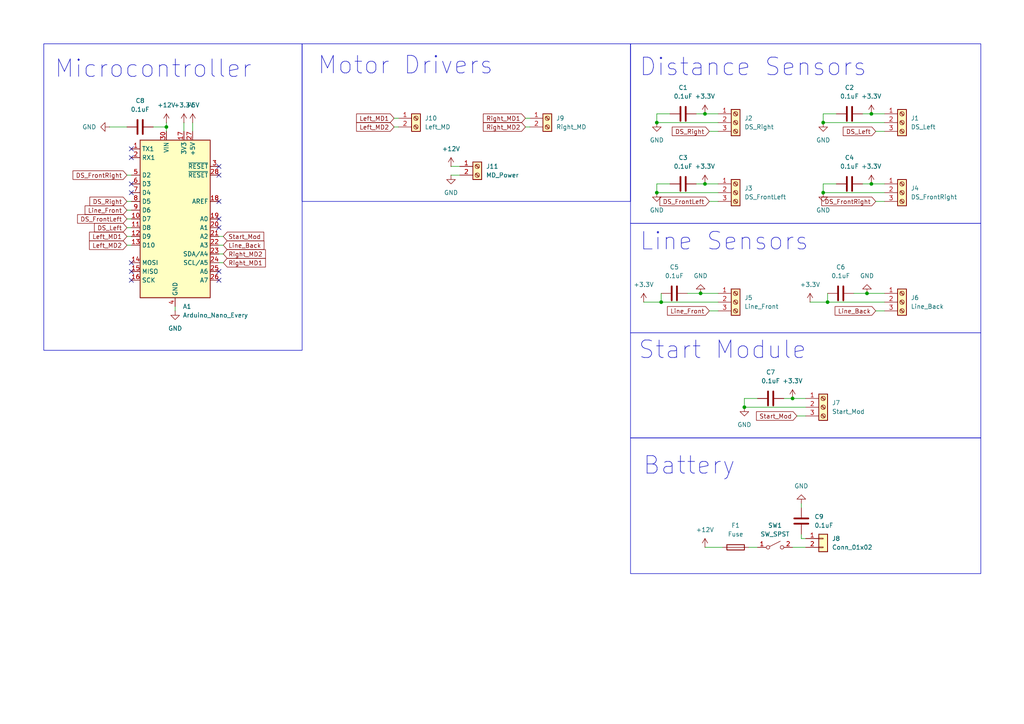
<source format=kicad_sch>
(kicad_sch (version 20231120) (generator "eeschema") (generator_version "8.0")
  (paper "A4")
  (title_block (title "Musubwi") (company "Jinhee Blackmail Distribution Co."))
  (lib_symbols
    (symbol "Connector:Screw_Terminal_01x02" (pin_names (offset 1.016) hide)
      (property "Reference" "J" (at 0 2.54 0))
      (property "Value" "Screw_Terminal_01x02" (at 0 -5.08 0))
      (symbol "Screw_Terminal_01x02_1_1"
        (rectangle (start -1.27 1.27) (end 1.27 -3.81) (stroke (width 0.254)) (fill (type background)))
        (circle (center 0 -2.54) (radius 0.635) (stroke (width 0.1524)))
        (polyline (pts (xy -0.5334 -2.2098) (xy 0.3302 -3.048)) (stroke (width 0.1524)))
        (polyline (pts (xy -0.5334 0.3302) (xy 0.3302 -0.508)) (stroke (width 0.1524)))
        (polyline (pts (xy -0.3556 -2.032) (xy 0.508 -2.8702)) (stroke (width 0.1524)))
        (polyline (pts (xy -0.3556 0.508) (xy 0.508 -0.3302)) (stroke (width 0.1524)))
        (circle (center 0 0) (radius 0.635) (stroke (width 0.1524)))
        (pin passive line (at -5.08 0 0) (length 3.81) (name "Pin_1") (number "1"))
        (pin passive line (at -5.08 -2.54 0) (length 3.81) (name "Pin_2") (number "2"))
      )
    )
    (symbol "Connector:Screw_Terminal_01x03" (pin_names (offset 1.016) hide)
      (property "Reference" "J" (at 0 5.08 0))
      (property "Value" "Screw_Terminal_01x03" (at 0 -5.08 0))
      (symbol "Screw_Terminal_01x03_1_1"
        (rectangle (start -1.27 3.81) (end 1.27 -3.81) (stroke (width 0.254)) (fill (type background)))
        (circle (center 0 -2.54) (radius 0.635) (stroke (width 0.1524)))
        (polyline (pts (xy -0.5334 -2.2098) (xy 0.3302 -3.048)) (stroke (width 0.1524)))
        (polyline (pts (xy -0.5334 0.3302) (xy 0.3302 -0.508)) (stroke (width 0.1524)))
        (polyline (pts (xy -0.5334 2.8702) (xy 0.3302 2.032)) (stroke (width 0.1524)))
        (polyline (pts (xy -0.3556 -2.032) (xy 0.508 -2.8702)) (stroke (width 0.1524)))
        (polyline (pts (xy -0.3556 0.508) (xy 0.508 -0.3302)) (stroke (width 0.1524)))
        (polyline (pts (xy -0.3556 3.048) (xy 0.508 2.2098)) (stroke (width 0.1524)))
        (circle (center 0 0) (radius 0.635) (stroke (width 0.1524)))
        (circle (center 0 2.54) (radius 0.635) (stroke (width 0.1524)))
        (pin passive line (at -5.08 2.54 0) (length 3.81) (name "Pin_1") (number "1"))
        (pin passive line (at -5.08 0 0) (length 3.81) (name "Pin_2") (number "2"))
        (pin passive line (at -5.08 -2.54 0) (length 3.81) (name "Pin_3") (number "3"))
      )
    )
    (symbol "Connector_Generic:Conn_01x02" (pin_names (offset 1.016) hide)
      (property "Reference" "J" (at 0 2.54 0))
      (property "Value" "Conn_01x02" (at 0 -5.08 0))
      (symbol "Conn_01x02_1_1"
        (rectangle (start -1.27 -2.413) (end 0 -2.667) (stroke (width 0.1524)))
        (rectangle (start -1.27 0.127) (end 0 -0.127) (stroke (width 0.1524)))
        (rectangle (start -1.27 1.27) (end 1.27 -3.81) (stroke (width 0.254)) (fill (type background)))
        (pin passive line (at -5.08 0 0) (length 3.81) (name "Pin_1") (number "1"))
        (pin passive line (at -5.08 -2.54 0) (length 3.81) (name "Pin_2") (number "2"))
      )
    )
    (symbol "Device:C" (pin_numbers hide) (pin_names (offset 0.254))
      (property "Reference" "C" (at 0.635 2.54 0))
      (property "Value" "C" (at 0.635 -2.54 0))
      (symbol "C_0_1"
        (polyline (pts (xy -2.032 -0.762) (xy 2.032 -0.762)) (stroke (width 0.508)))
        (polyline (pts (xy -2.032 0.762) (xy 2.032 0.762)) (stroke (width 0.508)))
      )
      (symbol "C_1_1"
        (pin passive line (at 0 3.81 270) (length 2.794) (name "~") (number "1"))
        (pin passive line (at 0 -3.81 90) (length 2.794) (name "~") (number "2"))
      )
    )
    (symbol "Device:Fuse" (pin_numbers hide) (pin_names (offset 0))
      (property "Reference" "F" (at 2.032 0 90))
      (property "Value" "Fuse" (at -1.905 0 90))
      (symbol "Fuse_0_1"
        (rectangle (start -0.762 -2.54) (end 0.762 2.54) (stroke (width 0.254)))
        (polyline (pts (xy 0 2.54) (xy 0 -2.54)))
      )
      (symbol "Fuse_1_1"
        (pin passive line (at 0 3.81 270) (length 1.27) (name "~") (number "1"))
        (pin passive line (at 0 -3.81 90) (length 1.27) (name "~") (number "2"))
      )
    )
    (symbol "MCU_Module:Arduino_Nano_Every"
      (property "Reference" "A" (at -10.16 23.495 0))
      (property "Value" "Arduino_Nano_Every" (at 5.08 -24.13 0))
      (symbol "Arduino_Nano_Every_0_1"
        (rectangle (start -10.16 22.86) (end 10.16 -22.86) (stroke (width 0.254)) (fill (type background)))
      )
      (symbol "Arduino_Nano_Every_1_1"
        (pin bidirectional line (at -12.7 20.32 0) (length 2.54) (name "TX1") (number "1"))
        (pin bidirectional line (at -12.7 0 0) (length 2.54) (name "D7") (number "10"))
        (pin bidirectional line (at -12.7 -2.54 0) (length 2.54) (name "D8") (number "11"))
        (pin bidirectional line (at -12.7 -5.08 0) (length 2.54) (name "D9") (number "12"))
        (pin bidirectional line (at -12.7 -7.62 0) (length 2.54) (name "D10") (number "13"))
        (pin bidirectional line (at -12.7 -12.7 0) (length 2.54) (name "MOSI") (number "14"))
        (pin bidirectional line (at -12.7 -15.24 0) (length 2.54) (name "MISO") (number "15"))
        (pin bidirectional line (at -12.7 -17.78 0) (length 2.54) (name "SCK") (number "16"))
        (pin power_out line (at 2.54 25.4 270) (length 2.54) (name "3V3") (number "17"))
        (pin input line (at 12.7 5.08 180) (length 2.54) (name "AREF") (number "18"))
        (pin bidirectional line (at 12.7 0 180) (length 2.54) (name "A0") (number "19"))
        (pin bidirectional line (at -12.7 17.78 0) (length 2.54) (name "RX1") (number "2"))
        (pin bidirectional line (at 12.7 -2.54 180) (length 2.54) (name "A1") (number "20"))
        (pin bidirectional line (at 12.7 -5.08 180) (length 2.54) (name "A2") (number "21"))
        (pin bidirectional line (at 12.7 -7.62 180) (length 2.54) (name "A3") (number "22"))
        (pin bidirectional line (at 12.7 -10.16 180) (length 2.54) (name "SDA/A4") (number "23"))
        (pin bidirectional line (at 12.7 -12.7 180) (length 2.54) (name "SCL/A5") (number "24"))
        (pin bidirectional line (at 12.7 -15.24 180) (length 2.54) (name "A6") (number "25"))
        (pin bidirectional line (at 12.7 -17.78 180) (length 2.54) (name "A7") (number "26"))
        (pin power_out line (at 5.08 25.4 270) (length 2.54) (name "+5V") (number "27"))
        (pin input line (at 12.7 12.7 180) (length 2.54) (name "~{RESET}") (number "28"))
        (pin passive line (at 0 -25.4 90) (length 2.54) hide (name "GND") (number "29"))
        (pin input line (at 12.7 15.24 180) (length 2.54) (name "~{RESET}") (number "3"))
        (pin power_in line (at -2.54 25.4 270) (length 2.54) (name "VIN") (number "30"))
        (pin power_in line (at 0 -25.4 90) (length 2.54) (name "GND") (number "4"))
        (pin bidirectional line (at -12.7 12.7 0) (length 2.54) (name "D2") (number "5"))
        (pin bidirectional line (at -12.7 10.16 0) (length 2.54) (name "D3") (number "6"))
        (pin bidirectional line (at -12.7 7.62 0) (length 2.54) (name "D4") (number "7"))
        (pin bidirectional line (at -12.7 5.08 0) (length 2.54) (name "D5") (number "8"))
        (pin bidirectional line (at -12.7 2.54 0) (length 2.54) (name "D6") (number "9"))
      )
    )
    (symbol "Switch:SW_SPST" (pin_names (offset 0) hide)
      (property "Reference" "SW" (at 0 3.175 0))
      (property "Value" "SW_SPST" (at 0 -2.54 0))
      (symbol "SW_SPST_0_0"
        (circle (center -2.032 0) (radius 0.508))
        (polyline (pts (xy -1.524 0.254) (xy 1.524 1.778)))
        (circle (center 2.032 0) (radius 0.508))
      )
      (symbol "SW_SPST_1_1"
        (pin passive line (at -5.08 0 0) (length 2.54) (name "A") (number "1"))
        (pin passive line (at 5.08 0 180) (length 2.54) (name "B") (number "2"))
      )
    )
    (symbol "power:+12V" (power) (pin_numbers hide) (pin_names (offset 0) hide)
      (property "Value" "+12V" (at 0 3.556 0))
      (symbol "+12V_0_1"
        (polyline (pts (xy -0.762 1.27) (xy 0 2.54)))
        (polyline (pts (xy 0 0) (xy 0 2.54)))
        (polyline (pts (xy 0 2.54) (xy 0.762 1.27)))
      )
      (symbol "+12V_1_1"
        (pin power_in line (at 0 0 90) (length 0) (name "~") (number "1"))
      )
    )
    (symbol "power:+3.3V" (power) (pin_numbers hide) (pin_names (offset 0) hide)
      (property "Value" "+3.3V" (at 0 3.556 0))
      (symbol "+3.3V_0_1"
        (polyline (pts (xy -0.762 1.27) (xy 0 2.54)))
        (polyline (pts (xy 0 0) (xy 0 2.54)))
        (polyline (pts (xy 0 2.54) (xy 0.762 1.27)))
      )
      (symbol "+3.3V_1_1"
        (pin power_in line (at 0 0 90) (length 0) (name "~") (number "1"))
      )
    )
    (symbol "power:+5V" (power) (pin_numbers hide) (pin_names (offset 0) hide)
      (property "Value" "+5V" (at 0 3.556 0))
      (symbol "+5V_0_1"
        (polyline (pts (xy -0.762 1.27) (xy 0 2.54)))
        (polyline (pts (xy 0 0) (xy 0 2.54)))
        (polyline (pts (xy 0 2.54) (xy 0.762 1.27)))
      )
      (symbol "+5V_1_1"
        (pin power_in line (at 0 0 90) (length 0) (name "~") (number "1"))
      )
    )
    (symbol "power:GND" (power) (pin_numbers hide) (pin_names (offset 0) hide)
      (property "Value" "GND" (at 0 -3.81 0))
      (symbol "GND_0_1"
        (polyline (pts (xy 0 0) (xy 0 -1.27) (xy 1.27 -1.27) (xy 0 -2.54) (xy -1.27 -1.27) (xy 0 -1.27)))
      )
      (symbol "GND_1_1"
        (pin power_in line (at 0 0 270) (length 0) (name "~") (number "1"))
      )
    )
  )
  (junction (at 252.73 33.02))
  (junction (at 251.46 85.09))
  (junction (at 240.03 87.63))
  (junction (at 203.2 85.09))
  (junction (at 190.5 35.56))
  (junction (at 252.73 53.34))
  (junction (at 238.76 35.56))
  (junction (at 229.87 115.57))
  (junction (at 204.47 53.34))
  (junction (at 190.5 55.88))
  (junction (at 191.77 87.63))
  (junction (at 215.9 118.11))
  (junction (at 204.47 33.02))
  (junction (at 238.76 55.88))
  (junction (at 48.26 36.83))
  (no_connect (at 63.5 81.28))
  (no_connect (at 38.1 76.2))
  (no_connect (at 38.1 78.74))
  (no_connect (at 38.1 55.88))
  (no_connect (at 63.5 58.42))
  (no_connect (at 63.5 63.5))
  (no_connect (at 38.1 45.72))
  (no_connect (at 63.5 66.04))
  (no_connect (at 63.5 48.26))
  (no_connect (at 63.5 50.8))
  (no_connect (at 38.1 53.34))
  (no_connect (at 63.5 78.74))
  (no_connect (at 38.1 43.18))
  (no_connect (at 38.1 81.28))
  (wire (pts (xy 205.74 90.17) (xy 208.28 90.17)))
  (wire (pts (xy 215.9 118.11) (xy 215.9 115.57)))
  (wire (pts (xy 215.9 115.57) (xy 219.71 115.57)))
  (wire (pts (xy 48.26 36.83) (xy 48.26 38.1)))
  (wire (pts (xy 217.17 158.75) (xy 219.71 158.75)))
  (wire (pts (xy 238.76 53.34) (xy 242.57 53.34)))
  (wire (pts (xy 240.03 87.63) (xy 256.54 87.63)))
  (wire (pts (xy 186.69 87.63) (xy 191.77 87.63)))
  (wire (pts (xy 53.34 35.56) (xy 53.34 38.1)))
  (wire (pts (xy 205.74 58.42) (xy 208.28 58.42)))
  (wire (pts (xy 190.5 35.56) (xy 208.28 35.56)))
  (wire (pts (xy 238.76 35.56) (xy 238.76 33.02)))
  (wire (pts (xy 240.03 85.09) (xy 240.03 87.63)))
  (wire (pts (xy 36.83 50.8) (xy 38.1 50.8)))
  (wire (pts (xy 238.76 33.02) (xy 242.57 33.02)))
  (wire (pts (xy 238.76 35.56) (xy 256.54 35.56)))
  (wire (pts (xy 190.5 55.88) (xy 190.5 53.34)))
  (wire (pts (xy 215.9 118.11) (xy 233.68 118.11)))
  (wire (pts (xy 232.41 154.94) (xy 232.41 156.21)))
  (wire (pts (xy 232.41 156.21) (xy 233.68 156.21)))
  (wire (pts (xy 254 38.1) (xy 256.54 38.1)))
  (wire (pts (xy 232.41 146.05) (xy 232.41 147.32)))
  (wire (pts (xy 114.3 34.29) (xy 115.57 34.29)))
  (wire (pts (xy 114.3 36.83) (xy 115.57 36.83)))
  (wire (pts (xy 234.95 87.63) (xy 240.03 87.63)))
  (wire (pts (xy 205.74 38.1) (xy 208.28 38.1)))
  (wire (pts (xy 199.39 85.09) (xy 203.2 85.09)))
  (wire (pts (xy 130.81 48.26) (xy 133.35 48.26)))
  (wire (pts (xy 63.5 73.66) (xy 64.77 73.66)))
  (wire (pts (xy 63.5 68.58) (xy 64.77 68.58)))
  (wire (pts (xy 36.83 58.42) (xy 38.1 58.42)))
  (wire (pts (xy 63.5 76.2) (xy 64.77 76.2)))
  (wire (pts (xy 190.5 53.34) (xy 194.31 53.34)))
  (wire (pts (xy 227.33 115.57) (xy 229.87 115.57)))
  (wire (pts (xy 36.83 71.12) (xy 38.1 71.12)))
  (wire (pts (xy 201.93 33.02) (xy 204.47 33.02)))
  (wire (pts (xy 191.77 85.09) (xy 191.77 87.63)))
  (wire (pts (xy 247.65 85.09) (xy 251.46 85.09)))
  (wire (pts (xy 31.75 36.83) (xy 36.83 36.83)))
  (wire (pts (xy 238.76 55.88) (xy 238.76 53.34)))
  (wire (pts (xy 252.73 33.02) (xy 256.54 33.02)))
  (wire (pts (xy 36.83 66.04) (xy 38.1 66.04)))
  (wire (pts (xy 63.5 71.12) (xy 64.77 71.12)))
  (wire (pts (xy 252.73 53.34) (xy 256.54 53.34)))
  (wire (pts (xy 48.26 35.56) (xy 48.26 36.83)))
  (wire (pts (xy 50.8 88.9) (xy 50.8 90.17)))
  (wire (pts (xy 204.47 33.02) (xy 208.28 33.02)))
  (wire (pts (xy 250.19 33.02) (xy 252.73 33.02)))
  (wire (pts (xy 190.5 55.88) (xy 208.28 55.88)))
  (wire (pts (xy 36.83 68.58) (xy 38.1 68.58)))
  (wire (pts (xy 238.76 55.88) (xy 256.54 55.88)))
  (wire (pts (xy 250.19 53.34) (xy 252.73 53.34)))
  (wire (pts (xy 190.5 33.02) (xy 194.31 33.02)))
  (wire (pts (xy 229.87 115.57) (xy 233.68 115.57)))
  (wire (pts (xy 152.4 34.29) (xy 153.67 34.29)))
  (wire (pts (xy 229.87 158.75) (xy 233.68 158.75)))
  (wire (pts (xy 204.47 158.75) (xy 209.55 158.75)))
  (wire (pts (xy 191.77 87.63) (xy 208.28 87.63)))
  (wire (pts (xy 203.2 85.09) (xy 208.28 85.09)))
  (wire (pts (xy 231.14 120.65) (xy 233.68 120.65)))
  (wire (pts (xy 254 58.42) (xy 256.54 58.42)))
  (wire (pts (xy 204.47 53.34) (xy 208.28 53.34)))
  (wire (pts (xy 36.83 63.5) (xy 38.1 63.5)))
  (wire (pts (xy 201.93 53.34) (xy 204.47 53.34)))
  (wire (pts (xy 152.4 36.83) (xy 153.67 36.83)))
  (wire (pts (xy 254 90.17) (xy 256.54 90.17)))
  (wire (pts (xy 55.88 35.56) (xy 55.88 38.1)))
  (wire (pts (xy 130.81 50.8) (xy 133.35 50.8)))
  (wire (pts (xy 44.45 36.83) (xy 48.26 36.83)))
  (wire (pts (xy 36.83 60.96) (xy 38.1 60.96)))
  (wire (pts (xy 190.5 35.56) (xy 190.5 33.02)))
  (wire (pts (xy 251.46 85.09) (xy 256.54 85.09)))
  (rectangle (start 182.88 127) (end 284.48 166.37))
  (rectangle (start 182.88 96.52) (end 284.48 127))
  (rectangle (start 87.63 12.7) (end 182.88 58.42))
  (rectangle (start 182.88 12.7) (end 284.48 64.77))
  (rectangle (start 12.7 12.7) (end 87.63 101.6))
  (rectangle (start 182.88 64.77) (end 284.48 96.52))
  (text "Battery\n" (at 199.898 135.128 0) (effects (font (size 5.08 5.08))))
  (text "Motor Drivers" (at 117.602 19.05 0) (effects (font (size 5.08 5.08))))
  (text "Distance Sensors\n" (at 218.44 19.558 0) (effects (font (size 5.08 5.08))))
  (text "Line Sensors\n" (at 210.058 70.104 0) (effects (font (size 5.08 5.08))))
  (text "Microcontroller\n" (at 44.45 20.066 0) (effects (font (size 5.08 5.08))))
  (text "Start Module\n" (at 209.55 101.6 0) (effects (font (size 5.08 5.08))))
  (global_label "Left_MD1" (shape input) (at 36.83 68.58 180) (property "Intersheetrefs" "${INTERSHEET_REFS}" (effects (hide yes))))
  (global_label "DS_FrontRight" (shape input) (at 36.83 50.8 180) (property "Intersheetrefs" "${INTERSHEET_REFS}" (effects (hide yes))))
  (global_label "Right_MD1" (shape input) (at 64.77 76.2 0) (property "Intersheetrefs" "${INTERSHEET_REFS}" (effects (hide yes))))
  (global_label "Right_MD2" (shape input) (at 152.4 36.83 180) (property "Intersheetrefs" "${INTERSHEET_REFS}" (effects (hide yes))))
  (global_label "Left_MD2" (shape input) (at 114.3 36.83 180) (property "Intersheetrefs" "${INTERSHEET_REFS}" (effects (hide yes))))
  (global_label "Start_Mod" (shape input) (at 231.14 120.65 180) (property "Intersheetrefs" "${INTERSHEET_REFS}" (effects (hide yes))))
  (global_label "Line_Front" (shape input) (at 36.83 60.96 180) (property "Intersheetrefs" "${INTERSHEET_REFS}" (effects (hide yes))))
  (global_label "DS_Left" (shape input) (at 36.83 66.04 180) (property "Intersheetrefs" "${INTERSHEET_REFS}" (effects (hide yes))))
  (global_label "Start_Mod" (shape input) (at 64.77 68.58 0) (property "Intersheetrefs" "${INTERSHEET_REFS}" (effects (hide yes))))
  (global_label "DS_Right" (shape input) (at 36.83 58.42 180) (property "Intersheetrefs" "${INTERSHEET_REFS}" (effects (hide yes))))
  (global_label "Line_Back" (shape input) (at 254 90.17 180) (property "Intersheetrefs" "${INTERSHEET_REFS}" (effects (hide yes))))
  (global_label "DS_FrontLeft" (shape input) (at 36.83 63.5 180) (property "Intersheetrefs" "${INTERSHEET_REFS}" (effects (hide yes))))
  (global_label "Line_Back" (shape input) (at 64.77 71.12 0) (property "Intersheetrefs" "${INTERSHEET_REFS}" (effects (hide yes))))
  (global_label "Left_MD1" (shape input) (at 114.3 34.29 180) (property "Intersheetrefs" "${INTERSHEET_REFS}" (effects (hide yes))))
  (global_label "DS_FrontRight" (shape input) (at 254 58.42 180) (property "Intersheetrefs" "${INTERSHEET_REFS}" (effects (hide yes))))
  (global_label "Right_MD2" (shape input) (at 64.77 73.66 0) (property "Intersheetrefs" "${INTERSHEET_REFS}" (effects (hide yes))))
  (global_label "Right_MD1" (shape input) (at 152.4 34.29 180) (property "Intersheetrefs" "${INTERSHEET_REFS}" (effects (hide yes))))
  (global_label "DS_Right" (shape input) (at 205.74 38.1 180) (property "Intersheetrefs" "${INTERSHEET_REFS}" (effects (hide yes))))
  (global_label "DS_FrontLeft" (shape input) (at 205.74 58.42 180) (property "Intersheetrefs" "${INTERSHEET_REFS}" (effects (hide yes))))
  (global_label "Left_MD2" (shape input) (at 36.83 71.12 180) (property "Intersheetrefs" "${INTERSHEET_REFS}" (effects (hide yes))))
  (global_label "Line_Front" (shape input) (at 205.74 90.17 180) (property "Intersheetrefs" "${INTERSHEET_REFS}" (effects (hide yes))))
  (global_label "DS_Left" (shape input) (at 254 38.1 180) (property "Intersheetrefs" "${INTERSHEET_REFS}" (effects (hide yes))))
  (symbol (lib_id "Device:C") (at 198.12 33.02 270) (unit 1)
    (property "Reference" "C1" (at 198.12 25.4 90))
    (property "Value" "0.1uF" (at 198.12 27.94 90))
    (property "Footprint" "Capacitor_SMD:C_0805_2012Metric_Pad1.18x1.45mm_HandSolder" (effects (hide yes)))
    (property "Description" "Unpolarized capacitor" (effects (hide yes)))
  )
  (symbol (lib_id "power:+3.3V") (at 204.47 33.02 0) (unit 1)
    (property "Reference" "#PWR01" (effects (hide yes)))
    (property "Value" "+3.3V" (at 204.47 27.94 0))
    (property "Description" "Power symbol creates a global label with name \"+3.3V\"" (effects (hide yes)))
  )
  (symbol (lib_id "power:GND") (at 31.75 36.83 270) (unit 1)
    (property "Reference" "#PWR018" (effects (hide yes)))
    (property "Value" "GND" (at 27.94 36.8299 90) (effects (justify right)))
    (property "Description" "Power symbol creates a global label with name \"GND\" , ground" (effects (hide yes)))
  )
  (symbol (lib_id "power:GND") (at 190.5 35.56 0) (unit 1)
    (property "Reference" "#PWR02" (effects (hide yes)))
    (property "Value" "GND" (at 190.5 40.64 0))
    (property "Description" "Power symbol creates a global label with name \"GND\" , ground" (effects (hide yes)))
  )
  (symbol (lib_id "Device:C") (at 246.38 53.34 270) (unit 1)
    (property "Reference" "C4" (at 246.38 45.72 90))
    (property "Value" "0.1uF" (at 246.38 48.26 90))
    (property "Footprint" "Capacitor_SMD:C_0805_2012Metric_Pad1.18x1.45mm_HandSolder" (effects (hide yes)))
    (property "Description" "Unpolarized capacitor" (effects (hide yes)))
  )
  (symbol (lib_id "Connector:Screw_Terminal_01x03") (at 261.62 55.88 0) (unit 1)
    (property "Reference" "J4" (at 264.16 54.6099 0) (effects (justify left)))
    (property "Value" "DS_FrontRight" (at 264.16 57.1499 0) (effects (justify left)))
    (property "Footprint" "Connector_JST:JST_PH_S3B-PH-K_1x03_P2.00mm_Horizontal" (effects (hide yes)))
    (property "Description" "Generic screw terminal, single row, 01x03, script generated (kicad-library-utils/schlib/autogen/connector/)" (effects (hide yes)))
  )
  (symbol (lib_id "power:+3.3V") (at 252.73 53.34 0) (unit 1)
    (property "Reference" "#PWR08" (effects (hide yes)))
    (property "Value" "+3.3V" (at 252.73 48.26 0))
    (property "Description" "Power symbol creates a global label with name \"+3.3V\"" (effects (hide yes)))
  )
  (symbol (lib_id "power:GND") (at 232.41 146.05 180) (unit 1)
    (property "Reference" "#PWR020" (effects (hide yes)))
    (property "Value" "GND" (at 232.41 140.97 0))
    (property "Description" "Power symbol creates a global label with name \"GND\" , ground" (effects (hide yes)))
  )
  (symbol (lib_id "Connector:Screw_Terminal_01x03") (at 261.62 87.63 0) (unit 1)
    (property "Reference" "J6" (at 264.16 86.3599 0) (effects (justify left)))
    (property "Value" "Line_Back" (at 264.16 88.8999 0) (effects (justify left)))
    (property "Footprint" "Connector_JST:JST_PH_S3B-PH-K_1x03_P2.00mm_Horizontal" (effects (hide yes)))
    (property "Description" "Generic screw terminal, single row, 01x03, script generated (kicad-library-utils/schlib/autogen/connector/)" (effects (hide yes)))
  )
  (symbol (lib_id "Switch:SW_SPST") (at 224.79 158.75 0) (unit 1)
    (property "Reference" "SW1" (at 224.79 152.4 0))
    (property "Value" "SW_SPST" (at 224.79 154.94 0))
    (property "Footprint" "JS102011JCQN:SW_JS102011JCQN" (effects (hide yes)))
    (property "Description" "Single Pole Single Throw (SPST) switch" (effects (hide yes)))
  )
  (symbol (lib_id "power:+3.3V") (at 186.69 87.63 0) (unit 1)
    (property "Reference" "#PWR011" (effects (hide yes)))
    (property "Value" "+3.3V" (at 186.69 82.55 0))
    (property "Description" "Power symbol creates a global label with name \"+3.3V\"" (effects (hide yes)))
  )
  (symbol (lib_id "Connector:Screw_Terminal_01x03") (at 261.62 35.56 0) (unit 1)
    (property "Reference" "J1" (at 264.16 34.2899 0) (effects (justify left)))
    (property "Value" "DS_Left" (at 264.16 36.8299 0) (effects (justify left)))
    (property "Footprint" "Connector_JST:JST_PH_S3B-PH-K_1x03_P2.00mm_Horizontal" (effects (hide yes)))
    (property "Description" "Generic screw terminal, single row, 01x03, script generated (kicad-library-utils/schlib/autogen/connector/)" (effects (hide yes)))
  )
  (symbol (lib_id "Connector:Screw_Terminal_01x03") (at 213.36 55.88 0) (unit 1)
    (property "Reference" "J3" (at 215.9 54.6099 0) (effects (justify left)))
    (property "Value" "DS_FrontLeft" (at 215.9 57.1499 0) (effects (justify left)))
    (property "Footprint" "Connector_JST:JST_PH_S3B-PH-K_1x03_P2.00mm_Horizontal" (effects (hide yes)))
    (property "Description" "Generic screw terminal, single row, 01x03, script generated (kicad-library-utils/schlib/autogen/connector/)" (effects (hide yes)))
  )
  (symbol (lib_id "power:+12V") (at 204.47 158.75 0) (unit 1)
    (property "Reference" "#PWR021" (effects (hide yes)))
    (property "Value" "+12V" (at 204.47 153.67 0))
    (property "Description" "Power symbol creates a global label with name \"+12V\"" (effects (hide yes)))
  )
  (symbol (lib_id "Connector:Screw_Terminal_01x03") (at 213.36 35.56 0) (unit 1)
    (property "Reference" "J2" (at 215.9 34.2899 0) (effects (justify left)))
    (property "Value" "DS_Right" (at 215.9 36.8299 0) (effects (justify left)))
    (property "Footprint" "Connector_JST:JST_PH_S3B-PH-K_1x03_P2.00mm_Horizontal" (effects (hide yes)))
    (property "Description" "Generic screw terminal, single row, 01x03, script generated (kicad-library-utils/schlib/autogen/connector/)" (effects (hide yes)))
  )
  (symbol (lib_id "power:GND") (at 203.2 85.09 180) (unit 1)
    (property "Reference" "#PWR09" (effects (hide yes)))
    (property "Value" "GND" (at 203.2 80.01 0))
    (property "Description" "Power symbol creates a global label with name \"GND\" , ground" (effects (hide yes)))
  )
  (symbol (lib_id "Device:C") (at 198.12 53.34 270) (unit 1)
    (property "Reference" "C3" (at 198.12 45.72 90))
    (property "Value" "0.1uF" (at 198.12 48.26 90))
    (property "Footprint" "Capacitor_SMD:C_0805_2012Metric_Pad1.18x1.45mm_HandSolder" (effects (hide yes)))
    (property "Description" "Unpolarized capacitor" (effects (hide yes)))
  )
  (symbol (lib_id "power:+3.3V") (at 252.73 33.02 0) (unit 1)
    (property "Reference" "#PWR04" (effects (hide yes)))
    (property "Value" "+3.3V" (at 252.73 27.94 0))
    (property "Description" "Power symbol creates a global label with name \"+3.3V\"" (effects (hide yes)))
  )
  (symbol (lib_id "MCU_Module:Arduino_Nano_Every") (at 50.8 63.5 0) (unit 1)
    (property "Reference" "A1" (at 52.9941 88.9 0) (effects (justify left)))
    (property "Value" "Arduino_Nano_Every" (at 52.9941 91.44 0) (effects (justify left)))
    (property "Footprint" "Module:Arduino_Nano" (effects (hide yes)))
    (property "Datasheet" "https://content.arduino.cc/assets/NANOEveryV3.0_sch.pdf" (effects (hide yes)))
    (property "Description" "Arduino Nano Every" (effects (hide yes)))
  )
  (symbol (lib_id "Device:C") (at 40.64 36.83 90) (unit 1)
    (property "Reference" "C8" (at 40.64 29.21 90))
    (property "Value" "0.1uF" (at 40.64 31.75 90))
    (property "Footprint" "Capacitor_SMD:C_0805_2012Metric_Pad1.18x1.45mm_HandSolder" (effects (hide yes)))
    (property "Description" "Unpolarized capacitor" (effects (hide yes)))
  )
  (symbol (lib_id "Connector:Screw_Terminal_01x03") (at 238.76 118.11 0) (unit 1)
    (property "Reference" "J7" (at 241.3 116.8399 0) (effects (justify left)))
    (property "Value" "Start_Mod" (at 241.3 119.3799 0) (effects (justify left)))
    (property "Footprint" "Connector_JST:JST_PH_S3B-PH-K_1x03_P2.00mm_Horizontal" (effects (hide yes)))
    (property "Description" "Generic screw terminal, single row, 01x03, script generated (kicad-library-utils/schlib/autogen/connector/)" (effects (hide yes)))
  )
  (symbol (lib_id "Connector:Screw_Terminal_01x02") (at 120.65 34.29 0) (unit 1)
    (property "Reference" "J10" (at 123.19 34.2899 0) (effects (justify left)))
    (property "Value" "Left_MD" (at 123.19 36.8299 0) (effects (justify left)))
    (property "Footprint" "Connector_Phoenix_MSTB:PhoenixContact_MSTBA_2,5_2-G_1x02_P5.00mm_Horizontal" (effects (hide yes)))
    (property "Description" "Generic screw terminal, single row, 01x02, script generated (kicad-library-utils/schlib/autogen/connector/)" (effects (hide yes)))
  )
  (symbol (lib_id "power:GND") (at 238.76 55.88 0) (unit 1)
    (property "Reference" "#PWR07" (effects (hide yes)))
    (property "Value" "GND" (at 238.76 60.96 0))
    (property "Description" "Power symbol creates a global label with name \"GND\" , ground" (effects (hide yes)))
  )
  (symbol (lib_id "power:+3.3V") (at 229.87 115.57 0) (unit 1)
    (property "Reference" "#PWR014" (effects (hide yes)))
    (property "Value" "+3.3V" (at 229.87 110.49 0))
    (property "Description" "Power symbol creates a global label with name \"+3.3V\"" (effects (hide yes)))
  )
  (symbol (lib_id "Device:C") (at 232.41 151.13 180) (unit 1)
    (property "Reference" "C9" (at 236.22 149.8599 0) (effects (justify right)))
    (property "Value" "0.1uF" (at 236.22 152.3999 0) (effects (justify right)))
    (property "Footprint" "Capacitor_SMD:C_0805_2012Metric_Pad1.18x1.45mm_HandSolder" (effects (hide yes)))
    (property "Description" "Unpolarized capacitor" (effects (hide yes)))
  )
  (symbol (lib_id "power:+3.3V") (at 53.34 35.56 0) (unit 1)
    (property "Reference" "#PWR016" (effects (hide yes)))
    (property "Value" "+3.3V" (at 53.34 30.48 0))
    (property "Description" "Power symbol creates a global label with name \"+3.3V\"" (effects (hide yes)))
  )
  (symbol (lib_id "power:+12V") (at 130.81 48.26 0) (unit 1)
    (property "Reference" "#PWR022" (effects (hide yes)))
    (property "Value" "+12V" (at 130.81 43.18 0))
    (property "Description" "Power symbol creates a global label with name \"+12V\"" (effects (hide yes)))
  )
  (symbol (lib_id "Connector:Screw_Terminal_01x02") (at 138.43 48.26 0) (unit 1)
    (property "Reference" "J11" (at 140.97 48.2599 0) (effects (justify left)))
    (property "Value" "MD_Power" (at 140.97 50.7999 0) (effects (justify left)))
    (property "Footprint" "Connector_Phoenix_MSTB:PhoenixContact_MSTBA_2,5_2-G_1x02_P5.00mm_Horizontal" (effects (hide yes)))
    (property "Description" "Generic screw terminal, single row, 01x02, script generated (kicad-library-utils/schlib/autogen/connector/)" (effects (hide yes)))
  )
  (symbol (lib_id "power:GND") (at 190.5 55.88 0) (unit 1)
    (property "Reference" "#PWR05" (effects (hide yes)))
    (property "Value" "GND" (at 190.5 60.96 0))
    (property "Description" "Power symbol creates a global label with name \"GND\" , ground" (effects (hide yes)))
  )
  (symbol (lib_id "power:GND") (at 238.76 35.56 0) (unit 1)
    (property "Reference" "#PWR03" (effects (hide yes)))
    (property "Value" "GND" (at 238.76 40.64 0))
    (property "Description" "Power symbol creates a global label with name \"GND\" , ground" (effects (hide yes)))
  )
  (symbol (lib_id "power:+3.3V") (at 234.95 87.63 0) (unit 1)
    (property "Reference" "#PWR010" (effects (hide yes)))
    (property "Value" "+3.3V" (at 234.95 82.55 0))
    (property "Description" "Power symbol creates a global label with name \"+3.3V\"" (effects (hide yes)))
  )
  (symbol (lib_id "Device:C") (at 223.52 115.57 270) (unit 1)
    (property "Reference" "C7" (at 223.52 107.95 90))
    (property "Value" "0.1uF" (at 223.52 110.49 90))
    (property "Footprint" "Capacitor_SMD:C_0805_2012Metric_Pad1.18x1.45mm_HandSolder" (effects (hide yes)))
    (property "Description" "Unpolarized capacitor" (effects (hide yes)))
  )
  (symbol (lib_id "Device:C") (at 195.58 85.09 270) (unit 1)
    (property "Reference" "C5" (at 195.58 77.47 90))
    (property "Value" "0.1uF" (at 195.58 80.01 90))
    (property "Footprint" "Capacitor_SMD:C_0805_2012Metric_Pad1.18x1.45mm_HandSolder" (effects (hide yes)))
    (property "Description" "Unpolarized capacitor" (effects (hide yes)))
  )
  (symbol (lib_id "power:GND") (at 50.8 90.17 0) (unit 1)
    (property "Reference" "#PWR019" (effects (hide yes)))
    (property "Value" "GND" (at 50.8 95.25 0))
    (property "Description" "Power symbol creates a global label with name \"GND\" , ground" (effects (hide yes)))
  )
  (symbol (lib_id "power:GND") (at 251.46 85.09 180) (unit 1)
    (property "Reference" "#PWR012" (effects (hide yes)))
    (property "Value" "GND" (at 251.46 80.01 0))
    (property "Description" "Power symbol creates a global label with name \"GND\" , ground" (effects (hide yes)))
  )
  (symbol (lib_id "Connector:Screw_Terminal_01x02") (at 158.75 34.29 0) (unit 1)
    (property "Reference" "J9" (at 161.29 34.2899 0) (effects (justify left)))
    (property "Value" "Right_MD" (at 161.29 36.8299 0) (effects (justify left)))
    (property "Footprint" "Connector_Phoenix_MSTB:PhoenixContact_MSTBA_2,5_2-G_1x02_P5.00mm_Horizontal" (effects (hide yes)))
    (property "Description" "Generic screw terminal, single row, 01x02, script generated (kicad-library-utils/schlib/autogen/connector/)" (effects (hide yes)))
  )
  (symbol (lib_id "Device:C") (at 246.38 33.02 270) (unit 1)
    (property "Reference" "C2" (at 246.38 25.4 90))
    (property "Value" "0.1uF" (at 246.38 27.94 90))
    (property "Footprint" "Capacitor_SMD:C_0805_2012Metric_Pad1.18x1.45mm_HandSolder" (effects (hide yes)))
    (property "Description" "Unpolarized capacitor" (effects (hide yes)))
  )
  (symbol (lib_id "Connector_Generic:Conn_01x02") (at 238.76 156.21 0) (unit 1)
    (property "Reference" "J8" (at 241.3 156.2099 0) (effects (justify left)))
    (property "Value" "Conn_01x02" (at 241.3 158.7499 0) (effects (justify left)))
    (property "Footprint" "Connector_AMASS:AMASS_XT60-F_1x02_P7.20mm_Vertical" (effects (hide yes)))
    (property "Description" "Generic connector, single row, 01x02, script generated (kicad-library-utils/schlib/autogen/connector/)" (effects (hide yes)))
  )
  (symbol (lib_id "Device:C") (at 243.84 85.09 270) (unit 1)
    (property "Reference" "C6" (at 243.84 77.47 90))
    (property "Value" "0.1uF" (at 243.84 80.01 90))
    (property "Footprint" "Capacitor_SMD:C_0805_2012Metric_Pad1.18x1.45mm_HandSolder" (effects (hide yes)))
    (property "Description" "Unpolarized capacitor" (effects (hide yes)))
  )
  (symbol (lib_id "power:+12V") (at 48.26 35.56 0) (unit 1)
    (property "Reference" "#PWR017" (effects (hide yes)))
    (property "Value" "+12V" (at 48.26 30.48 0))
    (property "Description" "Power symbol creates a global label with name \"+12V\"" (effects (hide yes)))
  )
  (symbol (lib_id "power:+5V") (at 55.88 35.56 0) (unit 1)
    (property "Reference" "#PWR015" (effects (hide yes)))
    (property "Value" "+5V" (at 55.88 30.48 0))
    (property "Description" "Power symbol creates a global label with name \"+5V\"" (effects (hide yes)))
  )
  (symbol (lib_id "Device:Fuse") (at 213.36 158.75 90) (unit 1)
    (property "Reference" "F1" (at 213.36 152.4 90))
    (property "Value" "Fuse" (at 213.36 154.94 90))
    (property "Footprint" "C1F 3.5:FUSC3215X83N" (effects (hide yes)))
    (property "Description" "Fuse" (effects (hide yes)))
  )
  (symbol (lib_id "Connector:Screw_Terminal_01x03") (at 213.36 87.63 0) (unit 1)
    (property "Reference" "J5" (at 215.9 86.3599 0) (effects (justify left)))
    (property "Value" "Line_Front" (at 215.9 88.8999 0) (effects (justify left)))
    (property "Footprint" "Connector_JST:JST_PH_S3B-PH-K_1x03_P2.00mm_Horizontal" (effects (hide yes)))
    (property "Description" "Generic screw terminal, single row, 01x03, script generated (kicad-library-utils/schlib/autogen/connector/)" (effects (hide yes)))
  )
  (symbol (lib_id "power:+3.3V") (at 204.47 53.34 0) (unit 1)
    (property "Reference" "#PWR06" (effects (hide yes)))
    (property "Value" "+3.3V" (at 204.47 48.26 0))
    (property "Description" "Power symbol creates a global label with name \"+3.3V\"" (effects (hide yes)))
  )
  (symbol (lib_id "power:GND") (at 130.81 50.8 0) (unit 1)
    (property "Reference" "#PWR023" (effects (hide yes)))
    (property "Value" "GND" (at 130.81 55.88 0))
    (property "Description" "Power symbol creates a global label with name \"GND\" , ground" (effects (hide yes)))
  )
  (symbol (lib_id "power:GND") (at 215.9 118.11 0) (unit 1)
    (property "Reference" "#PWR013" (effects (hide yes)))
    (property "Value" "GND" (at 215.9 123.19 0))
    (property "Description" "Power symbol creates a global label with name \"GND\" , ground" (effects (hide yes)))
  )
)
</source>
